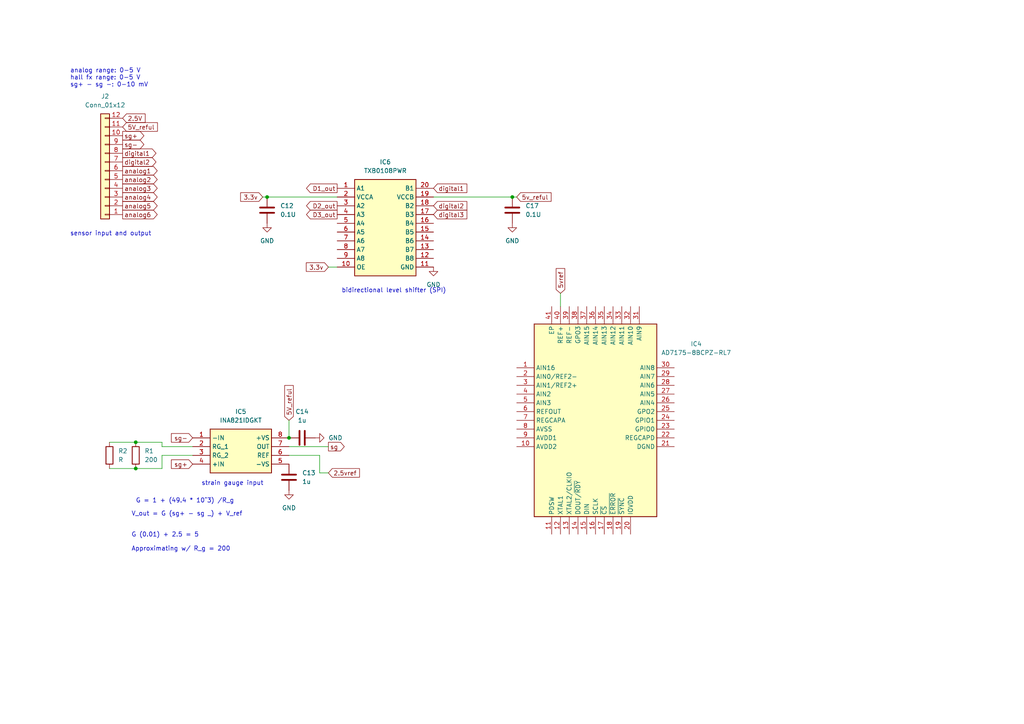
<source format=kicad_sch>
(kicad_sch (version 20230121) (generator eeschema)
  (paper "A4")
  (lib_symbols
    (symbol "21xt_symbols:AD7175-8BCPZ-RL7"
      (property "Reference" "IC" (at 41.91 17.78 0))
      (property "Value" "AD7175-8BCPZ-RL7" (at 41.91 15.24 0))
      (symbol "AD7175-8BCPZ-RL7_1_1"
        (rectangle (start 5.08 12.7) (end 40.64 -43.18) (stroke (width 0.254)) (fill (type background)))
        (pin passive line (at 0 0 0) (length 5.08) (name "AIN16") (number "1"))
        (pin passive line (at 0 -22.86 0) (length 5.08) (name "AVDD2") (number "10"))
        (pin passive line (at 10.16 -48.26 90) (length 5.08) (name "PDSW") (number "11"))
        (pin passive line (at 12.7 -48.26 90) (length 5.08) (name "XTAL1") (number "12"))
        (pin passive line (at 15.24 -48.26 90) (length 5.08) (name "XTAL2/CLKIO") (number "13"))
        (pin passive line (at 17.78 -48.26 90) (length 5.08) (name "DOUT/~{RDY}") (number "14"))
        (pin passive line (at 20.32 -48.26 90) (length 5.08) (name "DIN") (number "15"))
        (pin passive line (at 22.86 -48.26 90) (length 5.08) (name "SCLK") (number "16"))
        (pin passive line (at 25.4 -48.26 90) (length 5.08) (name "~{CS}") (number "17"))
        (pin passive line (at 27.94 -48.26 90) (length 5.08) (name "~{ERROR}") (number "18"))
        (pin passive line (at 30.48 -48.26 90) (length 5.08) (name "~{SYNC}") (number "19"))
        (pin passive line (at 0 -2.54 0) (length 5.08) (name "AIN0/REF2-") (number "2"))
        (pin passive line (at 33.02 -48.26 90) (length 5.08) (name "IOVDD") (number "20"))
        (pin passive line (at 45.72 -22.86 180) (length 5.08) (name "DGND") (number "21"))
        (pin passive line (at 45.72 -20.32 180) (length 5.08) (name "REGCAPD") (number "22"))
        (pin passive line (at 45.72 -17.78 180) (length 5.08) (name "GPIO0") (number "23"))
        (pin passive line (at 45.72 -15.24 180) (length 5.08) (name "GPIO1") (number "24"))
        (pin passive line (at 45.72 -12.7 180) (length 5.08) (name "GPO2") (number "25"))
        (pin passive line (at 45.72 -10.16 180) (length 5.08) (name "AIN4") (number "26"))
        (pin passive line (at 45.72 -7.62 180) (length 5.08) (name "AIN5") (number "27"))
        (pin passive line (at 45.72 -5.08 180) (length 5.08) (name "AIN6") (number "28"))
        (pin passive line (at 45.72 -2.54 180) (length 5.08) (name "AIN7") (number "29"))
        (pin passive line (at 0 -5.08 0) (length 5.08) (name "AIN1/REF2+") (number "3"))
        (pin passive line (at 45.72 0 180) (length 5.08) (name "AIN8") (number "30"))
        (pin passive line (at 35.56 17.78 270) (length 5.08) (name "AIN9") (number "31"))
        (pin passive line (at 33.02 17.78 270) (length 5.08) (name "AIN10") (number "32"))
        (pin passive line (at 30.48 17.78 270) (length 5.08) (name "AIN11") (number "33"))
        (pin passive line (at 27.94 17.78 270) (length 5.08) (name "AIN12") (number "34"))
        (pin passive line (at 25.4 17.78 270) (length 5.08) (name "AIN13") (number "35"))
        (pin passive line (at 22.86 17.78 270) (length 5.08) (name "AIN14") (number "36"))
        (pin passive line (at 20.32 17.78 270) (length 5.08) (name "AIN15") (number "37"))
        (pin passive line (at 17.78 17.78 270) (length 5.08) (name "GPO3") (number "38"))
        (pin passive line (at 15.24 17.78 270) (length 5.08) (name "REF-") (number "39"))
        (pin passive line (at 0 -7.62 0) (length 5.08) (name "AIN2") (number "4"))
        (pin passive line (at 12.7 17.78 270) (length 5.08) (name "REF+") (number "40"))
        (pin passive line (at 10.16 17.78 270) (length 5.08) (name "EP") (number "41"))
        (pin passive line (at 0 -10.16 0) (length 5.08) (name "AIN3") (number "5"))
        (pin passive line (at 0 -12.7 0) (length 5.08) (name "REFOUT") (number "6"))
        (pin passive line (at 0 -15.24 0) (length 5.08) (name "REGCAPA") (number "7"))
        (pin passive line (at 0 -17.78 0) (length 5.08) (name "AVSS") (number "8"))
        (pin passive line (at 0 -20.32 0) (length 5.08) (name "AVDD1") (number "9"))
      )
    )
    (symbol "21xt_symbols:INA821IDGKT"
      (property "Reference" "IC" (at 24.13 7.62 0))
      (property "Value" "INA821IDGKT" (at 24.13 5.08 0))
      (symbol "INA821IDGKT_1_1"
        (rectangle (start 5.08 2.54) (end 22.86 -10.16) (stroke (width 0.254)) (fill (type background)))
        (pin input line (at 0 0 0) (length 5.08) (name "-IN") (number "1"))
        (pin passive line (at 0 -2.54 0) (length 5.08) (name "RG_1") (number "2"))
        (pin passive line (at 0 -5.08 0) (length 5.08) (name "RG_2") (number "3"))
        (pin input line (at 0 -7.62 0) (length 5.08) (name "+IN") (number "4"))
        (pin power_in line (at 27.94 -7.62 180) (length 5.08) (name "-VS") (number "5"))
        (pin passive line (at 27.94 -5.08 180) (length 5.08) (name "REF") (number "6"))
        (pin output line (at 27.94 -2.54 180) (length 5.08) (name "OUT") (number "7"))
        (pin power_in line (at 27.94 0 180) (length 5.08) (name "+VS") (number "8"))
      )
    )
    (symbol "21xt_symbols:TXB0108PWR"
      (property "Reference" "IC" (at 24.13 7.62 0))
      (property "Value" "TXB0108PWR" (at 24.13 5.08 0))
      (symbol "TXB0108PWR_1_1"
        (rectangle (start 5.08 2.54) (end 22.86 -25.4) (stroke (width 0.254)) (fill (type background)))
        (pin passive line (at 0 0 0) (length 5.08) (name "A1") (number "1"))
        (pin passive line (at 0 -22.86 0) (length 5.08) (name "OE") (number "10"))
        (pin passive line (at 27.94 -22.86 180) (length 5.08) (name "GND") (number "11"))
        (pin passive line (at 27.94 -20.32 180) (length 5.08) (name "B8") (number "12"))
        (pin passive line (at 27.94 -17.78 180) (length 5.08) (name "B7") (number "13"))
        (pin passive line (at 27.94 -15.24 180) (length 5.08) (name "B6") (number "14"))
        (pin passive line (at 27.94 -12.7 180) (length 5.08) (name "B5") (number "15"))
        (pin passive line (at 27.94 -10.16 180) (length 5.08) (name "B4") (number "16"))
        (pin passive line (at 27.94 -7.62 180) (length 5.08) (name "B3") (number "17"))
        (pin passive line (at 27.94 -5.08 180) (length 5.08) (name "B2") (number "18"))
        (pin passive line (at 27.94 -2.54 180) (length 5.08) (name "VCCB") (number "19"))
        (pin passive line (at 0 -2.54 0) (length 5.08) (name "VCCA") (number "2"))
        (pin passive line (at 27.94 0 180) (length 5.08) (name "B1") (number "20"))
        (pin passive line (at 0 -5.08 0) (length 5.08) (name "A2") (number "3"))
        (pin passive line (at 0 -7.62 0) (length 5.08) (name "A3") (number "4"))
        (pin passive line (at 0 -10.16 0) (length 5.08) (name "A4") (number "5"))
        (pin passive line (at 0 -12.7 0) (length 5.08) (name "A5") (number "6"))
        (pin passive line (at 0 -15.24 0) (length 5.08) (name "A6") (number "7"))
        (pin passive line (at 0 -17.78 0) (length 5.08) (name "A7") (number "8"))
        (pin passive line (at 0 -20.32 0) (length 5.08) (name "A8") (number "9"))
      )
    )
    (symbol "Connector_Generic:Conn_01x12" (pin_names (offset 1.016) hide)
      (property "Reference" "J" (at 0 15.24 0))
      (property "Value" "Conn_01x12" (at 0 -17.78 0))
      (symbol "Conn_01x12_1_1"
        (rectangle (start -1.27 -15.113) (end 0 -15.367) (stroke (width 0.1524)))
        (rectangle (start -1.27 -12.573) (end 0 -12.827) (stroke (width 0.1524)))
        (rectangle (start -1.27 -10.033) (end 0 -10.287) (stroke (width 0.1524)))
        (rectangle (start -1.27 -7.493) (end 0 -7.747) (stroke (width 0.1524)))
        (rectangle (start -1.27 -4.953) (end 0 -5.207) (stroke (width 0.1524)))
        (rectangle (start -1.27 -2.413) (end 0 -2.667) (stroke (width 0.1524)))
        (rectangle (start -1.27 0.127) (end 0 -0.127) (stroke (width 0.1524)))
        (rectangle (start -1.27 2.667) (end 0 2.413) (stroke (width 0.1524)))
        (rectangle (start -1.27 5.207) (end 0 4.953) (stroke (width 0.1524)))
        (rectangle (start -1.27 7.747) (end 0 7.493) (stroke (width 0.1524)))
        (rectangle (start -1.27 10.287) (end 0 10.033) (stroke (width 0.1524)))
        (rectangle (start -1.27 12.827) (end 0 12.573) (stroke (width 0.1524)))
        (rectangle (start -1.27 13.97) (end 1.27 -16.51) (stroke (width 0.254)) (fill (type background)))
        (pin passive line (at -5.08 12.7 0) (length 3.81) (name "Pin_1") (number "1"))
        (pin passive line (at -5.08 -10.16 0) (length 3.81) (name "Pin_10") (number "10"))
        (pin passive line (at -5.08 -12.7 0) (length 3.81) (name "Pin_11") (number "11"))
        (pin passive line (at -5.08 -15.24 0) (length 3.81) (name "Pin_12") (number "12"))
        (pin passive line (at -5.08 10.16 0) (length 3.81) (name "Pin_2") (number "2"))
        (pin passive line (at -5.08 7.62 0) (length 3.81) (name "Pin_3") (number "3"))
        (pin passive line (at -5.08 5.08 0) (length 3.81) (name "Pin_4") (number "4"))
        (pin passive line (at -5.08 2.54 0) (length 3.81) (name "Pin_5") (number "5"))
        (pin passive line (at -5.08 0 0) (length 3.81) (name "Pin_6") (number "6"))
        (pin passive line (at -5.08 -2.54 0) (length 3.81) (name "Pin_7") (number "7"))
        (pin passive line (at -5.08 -5.08 0) (length 3.81) (name "Pin_8") (number "8"))
        (pin passive line (at -5.08 -7.62 0) (length 3.81) (name "Pin_9") (number "9"))
      )
    )
    (symbol "Device:C" (pin_numbers hide) (pin_names (offset 0.254))
      (property "Reference" "C" (at 0.635 2.54 0))
      (property "Value" "C" (at 0.635 -2.54 0))
      (symbol "C_0_1"
        (polyline (pts (xy -2.032 -0.762) (xy 2.032 -0.762)) (stroke (width 0.508)))
        (polyline (pts (xy -2.032 0.762) (xy 2.032 0.762)) (stroke (width 0.508)))
      )
      (symbol "C_1_1"
        (pin passive line (at 0 3.81 270) (length 2.794) (name "~") (number "1"))
        (pin passive line (at 0 -3.81 90) (length 2.794) (name "~") (number "2"))
      )
    )
    (symbol "Device:R" (pin_numbers hide) (pin_names (offset 0))
      (property "Reference" "R" (at 2.032 0 90))
      (property "Value" "R" (at 0 0 90))
      (symbol "R_0_1"
        (rectangle (start -1.016 -2.54) (end 1.016 2.54) (stroke (width 0.254)))
      )
      (symbol "R_1_1"
        (pin passive line (at 0 3.81 270) (length 1.27) (name "~") (number "1"))
        (pin passive line (at 0 -3.81 90) (length 1.27) (name "~") (number "2"))
      )
    )
    (symbol "power:GND" (power) (pin_names (offset 0))
      (property "Value" "GND" (at 0 -3.81 0))
      (symbol "GND_0_1"
        (polyline (pts (xy 0 0) (xy 0 -1.27) (xy 1.27 -1.27) (xy 0 -2.54) (xy -1.27 -1.27) (xy 0 -1.27)))
      )
      (symbol "GND_1_1"
        (pin power_in line (at 0 0 270) (length 0) hide (name "GND") (number "1"))
      )
    )
  )
  (junction (at 39.37 128.27))
  (junction (at 83.82 127))
  (junction (at 148.59 57.15))
  (junction (at 77.47 57.15))
  (junction (at 39.37 135.89))
  (wire (pts (xy 46.99 128.27) (xy 46.99 129.54)))
  (wire (pts (xy 76.2 57.15) (xy 77.47 57.15)))
  (wire (pts (xy 92.71 137.16) (xy 95.25 137.16)))
  (wire (pts (xy 46.99 132.08) (xy 46.99 135.89)))
  (wire (pts (xy 46.99 129.54) (xy 55.88 129.54)))
  (wire (pts (xy 83.82 132.08) (xy 92.71 132.08)))
  (wire (pts (xy 31.75 135.89) (xy 39.37 135.89)))
  (wire (pts (xy 148.59 57.15) (xy 149.86 57.15)))
  (wire (pts (xy 83.82 129.54) (xy 95.25 129.54)))
  (wire (pts (xy 162.56 85.09) (xy 162.56 88.9)))
  (wire (pts (xy 95.25 77.47) (xy 97.79 77.47)))
  (wire (pts (xy 39.37 128.27) (xy 46.99 128.27)))
  (wire (pts (xy 31.75 128.27) (xy 39.37 128.27)))
  (wire (pts (xy 83.82 121.92) (xy 83.82 127)))
  (wire (pts (xy 55.88 132.08) (xy 46.99 132.08)))
  (wire (pts (xy 92.71 132.08) (xy 92.71 137.16)))
  (wire (pts (xy 125.73 57.15) (xy 148.59 57.15)))
  (wire (pts (xy 77.47 57.15) (xy 97.79 57.15)))
  (wire (pts (xy 39.37 135.89) (xy 46.99 135.89)))
  (text "bidirectional level shifter (SPI)" (at 99.06 85.09 0) (effects (font (size 1.27 1.27)) (justify left bottom)))
  (text "strain gauge input" (at 58.42 140.97 0) (effects (font (size 1.27 1.27)) (justify left bottom)))
  (text "G = 1 + (49.4 * 10^3) /R_g" (at 39.37 146.05 0) (effects (font (size 1.27 1.27)) (justify left bottom)))
  (text "sensor input and output" (at 20.32 68.58 0) (effects (font (size 1.27 1.27)) (justify left bottom)))
  (text "analog range: 0-5 V\nhall fx range: 0-5 V\nsg+ - sg -: 0-10 mV" (at 20.32 25.4 0) (effects (font (size 1.27 1.27)) (justify left bottom)))
  (text "V_out = G (sg+ - sg _) + V_ref " (at 38.1 149.86 0) (effects (font (size 1.27 1.27)) (justify left bottom)))
  (text "G (0.01) + 2.5 = 5\n\nApproximating w/ R_g = 200" (at 38.1 160.02 0) (effects (font (size 1.27 1.27)) (justify left bottom)))
  (global_label "sg+" (shape input) (at 55.88 134.62 180) (property "Intersheetrefs" "${INTERSHEET_REFS}" (effects hide)))
  (global_label "2.5V" (shape input) (at 35.56 34.29 0) (property "Intersheetrefs" "${INTERSHEET_REFS}" (effects hide)))
  (global_label "D2_out" (shape output) (at 97.79 59.69 180) (property "Intersheetrefs" "${INTERSHEET_REFS}" (effects hide)))
  (global_label "digital1" (shape output) (at 35.56 44.45 0) (property "Intersheetrefs" "${INTERSHEET_REFS}" (effects hide)))
  (global_label "analog5" (shape output) (at 35.56 59.69 0) (property "Intersheetrefs" "${INTERSHEET_REFS}" (effects hide)))
  (global_label "D3_out" (shape output) (at 97.79 62.23 180) (property "Intersheetrefs" "${INTERSHEET_REFS}" (effects hide)))
  (global_label "analog2" (shape output) (at 35.56 52.07 0) (property "Intersheetrefs" "${INTERSHEET_REFS}" (effects hide)))
  (global_label "digital2" (shape input) (at 125.73 59.69 0) (property "Intersheetrefs" "${INTERSHEET_REFS}" (effects hide)))
  (global_label "5vref" (shape input) (at 162.56 85.09 90) (property "Intersheetrefs" "${INTERSHEET_REFS}" (effects hide)))
  (global_label "analog1" (shape output) (at 35.56 49.53 0) (property "Intersheetrefs" "${INTERSHEET_REFS}" (effects hide)))
  (global_label "sg" (shape output) (at 95.25 129.54 0) (property "Intersheetrefs" "${INTERSHEET_REFS}" (effects hide)))
  (global_label "2.5vref" (shape input) (at 95.25 137.16 0) (property "Intersheetrefs" "${INTERSHEET_REFS}" (effects hide)))
  (global_label "digital2" (shape output) (at 35.56 46.99 0) (property "Intersheetrefs" "${INTERSHEET_REFS}" (effects hide)))
  (global_label "3.3v" (shape input) (at 95.25 77.47 180) (property "Intersheetrefs" "${INTERSHEET_REFS}" (effects hide)))
  (global_label "analog3" (shape output) (at 35.56 54.61 0) (property "Intersheetrefs" "${INTERSHEET_REFS}" (effects hide)))
  (global_label "3.3v" (shape input) (at 76.2 57.15 180) (property "Intersheetrefs" "${INTERSHEET_REFS}" (effects hide)))
  (global_label "5V_reful" (shape input) (at 83.82 121.92 90) (property "Intersheetrefs" "${INTERSHEET_REFS}" (effects hide)))
  (global_label "D1_out" (shape output) (at 97.79 54.61 180) (property "Intersheetrefs" "${INTERSHEET_REFS}" (effects hide)))
  (global_label "digital1" (shape input) (at 125.73 54.61 0) (property "Intersheetrefs" "${INTERSHEET_REFS}" (effects hide)))
  (global_label "sg+" (shape output) (at 35.56 39.37 0) (property "Intersheetrefs" "${INTERSHEET_REFS}" (effects hide)))
  (global_label "analog4" (shape output) (at 35.56 57.15 0) (property "Intersheetrefs" "${INTERSHEET_REFS}" (effects hide)))
  (global_label "5V_reful" (shape input) (at 35.56 36.83 0) (property "Intersheetrefs" "${INTERSHEET_REFS}" (effects hide)))
  (global_label "sg-" (shape output) (at 35.56 41.91 0) (property "Intersheetrefs" "${INTERSHEET_REFS}" (effects hide)))
  (global_label "digital3" (shape input) (at 125.73 62.23 0) (property "Intersheetrefs" "${INTERSHEET_REFS}" (effects hide)))
  (global_label "analog6" (shape output) (at 35.56 62.23 0) (property "Intersheetrefs" "${INTERSHEET_REFS}" (effects hide)))
  (global_label "5v_reful" (shape input) (at 149.86 57.15 0) (property "Intersheetrefs" "${INTERSHEET_REFS}" (effects hide)))
  (global_label "sg-" (shape input) (at 55.88 127 180) (property "Intersheetrefs" "${INTERSHEET_REFS}" (effects hide)))
  (symbol (lib_id "Device:C") (at 148.59 60.96 0) (unit 1)
    (property "Reference" "C17" (at 152.4 59.69 0) (effects (justify left)))
    (property "Value" "0.1U" (at 152.4 62.23 0) (effects (justify left)))
  )
  (symbol (lib_id "power:GND") (at 125.73 77.47 0) (unit 1)
    (property "Reference" "#PWR030" (effects hide))
    (property "Value" "GND" (at 125.73 82.55 0))
  )
  (symbol (lib_id "power:GND") (at 91.44 127 90) (unit 1)
    (property "Reference" "#PWR023" (effects hide))
    (property "Value" "GND" (at 95.25 127 90) (effects (justify right)))
  )
  (symbol (lib_id "power:GND") (at 83.82 142.24 0) (unit 1)
    (property "Reference" "#PWR022" (effects hide))
    (property "Value" "GND" (at 83.82 147.32 0))
  )
  (symbol (lib_id "Device:C") (at 87.63 127 90) (unit 1)
    (property "Reference" "C14" (at 87.63 119.38 90))
    (property "Value" "1u" (at 87.63 121.92 90))
  )
  (symbol (lib_id "Device:R") (at 31.75 132.08 0) (unit 1)
    (property "Reference" "R2" (at 34.29 130.81 0) (effects (justify left)))
    (property "Value" "R" (at 34.29 133.35 0) (effects (justify left)))
  )
  (symbol (lib_id "21xt_symbols:INA821IDGKT") (at 55.88 127 0) (unit 1)
    (property "Reference" "IC5" (at 69.85 119.38 0))
    (property "Value" "INA821IDGKT" (at 69.85 121.92 0))
    (property "Footprint" "SOP65P490X110-8N" (effects hide))
    (property "Datasheet" "http://www.ti.com/lit/ds/symlink/ina821.pdf" (effects hide))
    (property "Height" "1.1" (effects hide))
    (property "Mouser Part Number" "595-INA821IDGKT" (effects hide))
    (property "Mouser Price/Stock" "https://www.mouser.co.uk/ProductDetail/Texas-Instruments/INA821IDGKT?qs=LDGDZb5k%2F%252B8diOW5CeiHfQ%3D%3D" (effects hide))
    (property "Manufacturer_Name" "Texas Instruments" (effects hide))
    (property "Manufacturer_Part_Number" "INA821IDGKT" (effects hide))
  )
  (symbol (lib_id "power:GND") (at 148.59 64.77 0) (unit 1)
    (property "Reference" "#PWR029" (effects hide))
    (property "Value" "GND" (at 148.59 69.85 0))
  )
  (symbol (lib_id "power:GND") (at 77.47 64.77 0) (unit 1)
    (property "Reference" "#PWR028" (effects hide))
    (property "Value" "GND" (at 77.47 69.85 0))
  )
  (symbol (lib_id "21xt_symbols:AD7175-8BCPZ-RL7") (at 149.86 106.68 0) (unit 1)
    (property "Reference" "IC4" (at 201.93 99.7519 0))
    (property "Value" "AD7175-8BCPZ-RL7" (at 201.93 102.2919 0))
    (property "Footprint" "QFN50P600X600X80-41N-D" (effects hide))
    (property "Datasheet" "https://componentsearchengine.com/Datasheets/2/AD7175-8BCPZ-RL7.pdf" (effects hide))
    (property "Height" "0.8" (effects hide))
    (property "Mouser Part Number" "584-AD7175-8BCPZ-RL7" (effects hide))
    (property "Mouser Price/Stock" "https://www.mouser.co.uk/ProductDetail/Analog-Devices/AD7175-8BCPZ-RL7?qs=JeIcUl65ClCxXjl02vXI6Q%3D%3D" (effects hide))
    (property "Manufacturer_Name" "Analog Devices" (effects hide))
    (property "Manufacturer_Part_Number" "AD7175-8BCPZ-RL7" (effects hide))
  )
  (symbol (lib_id "Device:C") (at 77.47 60.96 0) (unit 1)
    (property "Reference" "C12" (at 81.28 59.69 0) (effects (justify left)))
    (property "Value" "0.1U" (at 81.28 62.23 0) (effects (justify left)))
  )
  (symbol (lib_id "Device:C") (at 83.82 138.43 0) (unit 1)
    (property "Reference" "C13" (at 87.63 137.16 0) (effects (justify left)))
    (property "Value" "1u" (at 87.63 139.7 0) (effects (justify left)))
  )
  (symbol (lib_id "Device:R") (at 39.37 132.08 0) (unit 1)
    (property "Reference" "R1" (at 41.91 130.81 0) (effects (justify left)))
    (property "Value" "200" (at 41.91 133.35 0) (effects (justify left)))
  )
  (symbol (lib_id "21xt_symbols:TXB0108PWR") (at 97.79 54.61 0) (unit 1)
    (property "Reference" "IC6" (at 111.76 46.99 0))
    (property "Value" "TXB0108PWR" (at 111.76 49.53 0))
    (property "Footprint" "SOP65P640X120-20N" (effects hide))
    (property "Datasheet" "http://www.ti.com/lit/ds/symlink/txb0108.pdf" (effects hide))
    (property "Height" "1.2" (effects hide))
    (property "Mouser Part Number" "595-TXB0108PWR" (effects hide))
    (property "Mouser Price/Stock" "https://www.mouser.co.uk/ProductDetail/Texas-Instruments/TXB0108PWR?qs=oFXvjAmG9EgEUWGWzOVFCA%3D%3D" (effects hide))
    (property "Manufacturer_Name" "Texas Instruments" (effects hide))
    (property "Manufacturer_Part_Number" "TXB0108PWR" (effects hide))
  )
  (symbol (lib_id "Connector_Generic:Conn_01x12") (at 30.48 49.53 180) (unit 1)
    (property "Reference" "J2" (at 30.48 27.94 0))
    (property "Value" "Conn_01x12" (at 30.48 30.48 0))
  )
)
</source>
